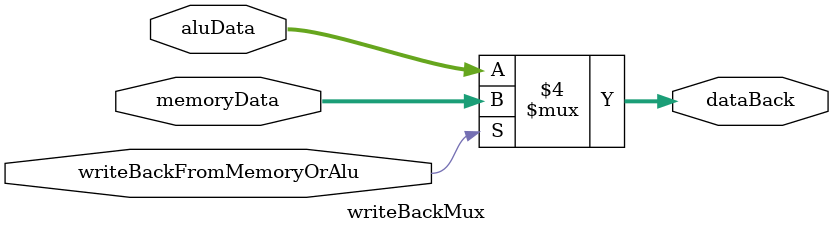
<source format=v>
module writeBackMux(
    input  [31:0] aluData,
    input  [31:0] memoryData,
    input         writeBackFromMemoryOrAlu,
    output reg [31:0] dataBack
);

    always @(*) begin
        if (writeBackFromMemoryOrAlu == 1'b0)
            dataBack = aluData;
        else
            dataBack = memoryData;
    end

endmodule

</source>
